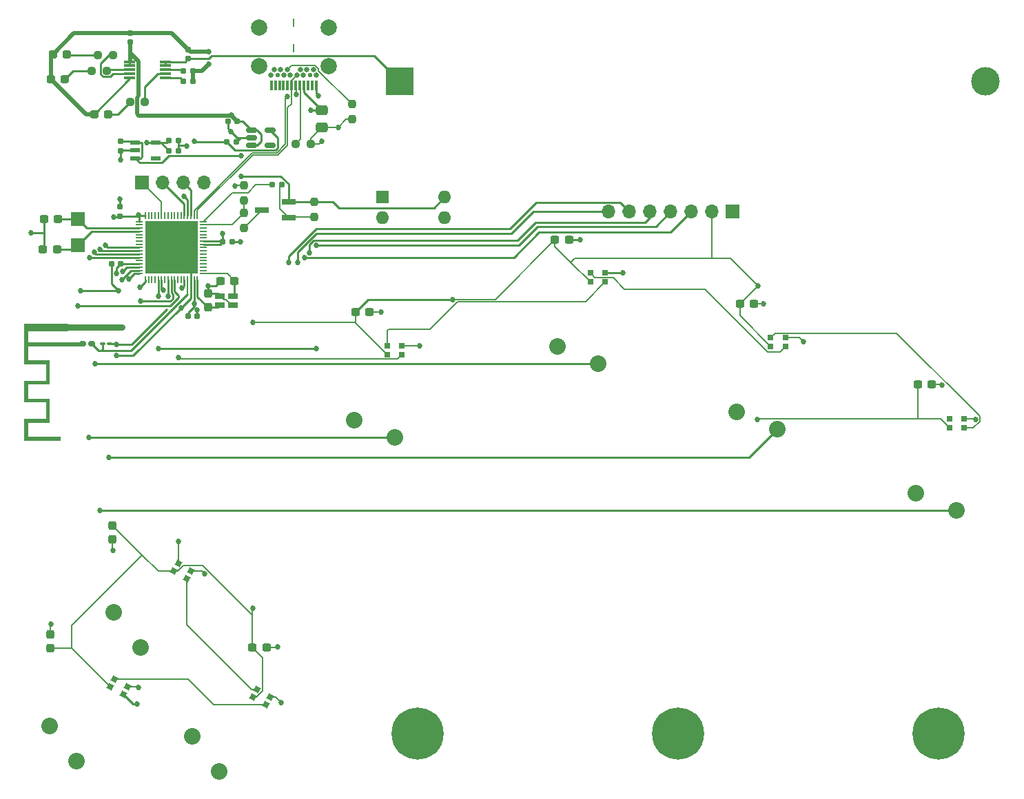
<source format=gbr>
%TF.GenerationSoftware,KiCad,Pcbnew,(5.99.0-9739-g6a369b230f)*%
%TF.CreationDate,2021-03-13T21:37:46+01:00*%
%TF.ProjectId,keychordz,6b657963-686f-4726-947a-2e6b69636164,rev?*%
%TF.SameCoordinates,Original*%
%TF.FileFunction,Copper,L1,Top*%
%TF.FilePolarity,Positive*%
%FSLAX46Y46*%
G04 Gerber Fmt 4.6, Leading zero omitted, Abs format (unit mm)*
G04 Created by KiCad (PCBNEW (5.99.0-9739-g6a369b230f)) date 2021-03-13 21:37:46*
%MOMM*%
%LPD*%
G01*
G04 APERTURE LIST*
G04 Aperture macros list*
%AMRoundRect*
0 Rectangle with rounded corners*
0 $1 Rounding radius*
0 $2 $3 $4 $5 $6 $7 $8 $9 X,Y pos of 4 corners*
0 Add a 4 corners polygon primitive as box body*
4,1,4,$2,$3,$4,$5,$6,$7,$8,$9,$2,$3,0*
0 Add four circle primitives for the rounded corners*
1,1,$1+$1,$2,$3*
1,1,$1+$1,$4,$5*
1,1,$1+$1,$6,$7*
1,1,$1+$1,$8,$9*
0 Add four rect primitives between the rounded corners*
20,1,$1+$1,$2,$3,$4,$5,0*
20,1,$1+$1,$4,$5,$6,$7,0*
20,1,$1+$1,$6,$7,$8,$9,0*
20,1,$1+$1,$8,$9,$2,$3,0*%
%AMRotRect*
0 Rectangle, with rotation*
0 The origin of the aperture is its center*
0 $1 length*
0 $2 width*
0 $3 Rotation angle, in degrees counterclockwise*
0 Add horizontal line*
21,1,$1,$2,0,0,$3*%
G04 Aperture macros list end*
%TA.AperFunction,ConnectorPad*%
%ADD10R,0.500000X0.500000*%
%TD*%
%TA.AperFunction,ComponentPad*%
%ADD11R,0.500000X0.900000*%
%TD*%
%TA.AperFunction,SMDPad,CuDef*%
%ADD12R,1.800000X1.750000*%
%TD*%
%TA.AperFunction,SMDPad,CuDef*%
%ADD13R,1.200000X0.800000*%
%TD*%
%TA.AperFunction,SMDPad,CuDef*%
%ADD14RoundRect,0.150000X-0.512500X-0.150000X0.512500X-0.150000X0.512500X0.150000X-0.512500X0.150000X0*%
%TD*%
%TA.AperFunction,SMDPad,CuDef*%
%ADD15RoundRect,0.237500X-0.237500X0.250000X-0.237500X-0.250000X0.237500X-0.250000X0.237500X0.250000X0*%
%TD*%
%TA.AperFunction,SMDPad,CuDef*%
%ADD16R,1.800000X0.800000*%
%TD*%
%TA.AperFunction,SMDPad,CuDef*%
%ADD17RoundRect,0.160000X-0.222500X-0.160000X0.222500X-0.160000X0.222500X0.160000X-0.222500X0.160000X0*%
%TD*%
%TA.AperFunction,SMDPad,CuDef*%
%ADD18R,6.500000X6.500000*%
%TD*%
%TA.AperFunction,SMDPad,CuDef*%
%ADD19R,0.200000X0.950000*%
%TD*%
%TA.AperFunction,SMDPad,CuDef*%
%ADD20R,0.950000X0.200000*%
%TD*%
%TA.AperFunction,SMDPad,CuDef*%
%ADD21R,1.200000X0.600000*%
%TD*%
%TA.AperFunction,SMDPad,CuDef*%
%ADD22RoundRect,0.237500X-0.300000X-0.237500X0.300000X-0.237500X0.300000X0.237500X-0.300000X0.237500X0*%
%TD*%
%TA.AperFunction,SMDPad,CuDef*%
%ADD23RoundRect,0.155000X0.212500X0.155000X-0.212500X0.155000X-0.212500X-0.155000X0.212500X-0.155000X0*%
%TD*%
%TA.AperFunction,SMDPad,CuDef*%
%ADD24RoundRect,0.155000X0.155000X-0.212500X0.155000X0.212500X-0.155000X0.212500X-0.155000X-0.212500X0*%
%TD*%
%TA.AperFunction,SMDPad,CuDef*%
%ADD25RoundRect,0.100000X-0.217500X-0.100000X0.217500X-0.100000X0.217500X0.100000X-0.217500X0.100000X0*%
%TD*%
%TA.AperFunction,SMDPad,CuDef*%
%ADD26RoundRect,0.237500X0.300000X0.237500X-0.300000X0.237500X-0.300000X-0.237500X0.300000X-0.237500X0*%
%TD*%
%TA.AperFunction,SMDPad,CuDef*%
%ADD27RoundRect,0.237500X0.237500X-0.300000X0.237500X0.300000X-0.237500X0.300000X-0.237500X-0.300000X0*%
%TD*%
%TA.AperFunction,SMDPad,CuDef*%
%ADD28RoundRect,0.155000X-0.212500X-0.155000X0.212500X-0.155000X0.212500X0.155000X-0.212500X0.155000X0*%
%TD*%
%TA.AperFunction,SMDPad,CuDef*%
%ADD29RoundRect,0.155000X-0.155000X0.212500X-0.155000X-0.212500X0.155000X-0.212500X0.155000X0.212500X0*%
%TD*%
%TA.AperFunction,SMDPad,CuDef*%
%ADD30RoundRect,0.237500X-0.250000X-0.237500X0.250000X-0.237500X0.250000X0.237500X-0.250000X0.237500X0*%
%TD*%
%TA.AperFunction,ComponentPad*%
%ADD31C,6.400000*%
%TD*%
%TA.AperFunction,ComponentPad*%
%ADD32C,0.800000*%
%TD*%
%TA.AperFunction,SMDPad,CuDef*%
%ADD33R,0.700000X0.700000*%
%TD*%
%TA.AperFunction,ComponentPad*%
%ADD34R,1.600000X1.600000*%
%TD*%
%TA.AperFunction,ComponentPad*%
%ADD35O,1.600000X1.600000*%
%TD*%
%TA.AperFunction,SMDPad,CuDef*%
%ADD36RoundRect,0.237500X0.287500X0.237500X-0.287500X0.237500X-0.287500X-0.237500X0.287500X-0.237500X0*%
%TD*%
%TA.AperFunction,ComponentPad*%
%ADD37C,2.032000*%
%TD*%
%TA.AperFunction,SMDPad,CuDef*%
%ADD38RotRect,0.700000X0.700000X330.000000*%
%TD*%
%TA.AperFunction,SMDPad,CuDef*%
%ADD39RoundRect,0.160000X0.197500X0.160000X-0.197500X0.160000X-0.197500X-0.160000X0.197500X-0.160000X0*%
%TD*%
%TA.AperFunction,SMDPad,CuDef*%
%ADD40RoundRect,0.250000X-0.475000X0.337500X-0.475000X-0.337500X0.475000X-0.337500X0.475000X0.337500X0*%
%TD*%
%TA.AperFunction,SMDPad,CuDef*%
%ADD41RoundRect,0.160000X-0.197500X-0.160000X0.197500X-0.160000X0.197500X0.160000X-0.197500X0.160000X0*%
%TD*%
%TA.AperFunction,ComponentPad*%
%ADD42R,1.700000X1.700000*%
%TD*%
%TA.AperFunction,ComponentPad*%
%ADD43O,1.700000X1.700000*%
%TD*%
%TA.AperFunction,SMDPad,CuDef*%
%ADD44R,1.400000X0.300000*%
%TD*%
%TA.AperFunction,ComponentPad*%
%ADD45R,3.500000X3.500000*%
%TD*%
%TA.AperFunction,ComponentPad*%
%ADD46C,3.500000*%
%TD*%
%TA.AperFunction,SMDPad,CuDef*%
%ADD47R,0.300000X1.200000*%
%TD*%
%TA.AperFunction,ComponentPad*%
%ADD48C,0.650000*%
%TD*%
%TA.AperFunction,ComponentPad*%
%ADD49C,0.550000*%
%TD*%
%TA.AperFunction,ComponentPad*%
%ADD50C,2.010000*%
%TD*%
%TA.AperFunction,SMDPad,CuDef*%
%ADD51R,0.200000X1.000000*%
%TD*%
%TA.AperFunction,SMDPad,CuDef*%
%ADD52RoundRect,0.237500X-0.237500X0.300000X-0.237500X-0.300000X0.237500X-0.300000X0.237500X0.300000X0*%
%TD*%
%TA.AperFunction,ViaPad*%
%ADD53C,0.685800*%
%TD*%
%TA.AperFunction,Conductor*%
%ADD54C,0.127000*%
%TD*%
%TA.AperFunction,Conductor*%
%ADD55C,0.762000*%
%TD*%
%TA.AperFunction,Conductor*%
%ADD56C,0.254000*%
%TD*%
%TA.AperFunction,Conductor*%
%ADD57C,0.508000*%
%TD*%
%TA.AperFunction,Conductor*%
%ADD58C,0.152400*%
%TD*%
G04 APERTURE END LIST*
%TO.C,AE1*%
G36*
X19050000Y-53550000D02*
G01*
X14150000Y-53550000D01*
X14150000Y-54950000D01*
X19050000Y-54950000D01*
X19050000Y-55450000D01*
X14150000Y-55450000D01*
X14150000Y-57150000D01*
X16790000Y-57150000D01*
X16790000Y-60150000D01*
X14150000Y-60150000D01*
X14150000Y-61850000D01*
X16790000Y-61850000D01*
X16790000Y-64850000D01*
X14150000Y-64850000D01*
X14150000Y-66550000D01*
X18090000Y-66550000D01*
X18090000Y-67050000D01*
X13650000Y-67050000D01*
X13650000Y-64350000D01*
X16290000Y-64350000D01*
X16290000Y-62350000D01*
X13650000Y-62350000D01*
X13650000Y-59650000D01*
X16290000Y-59650000D01*
X16290000Y-57650000D01*
X13650000Y-57650000D01*
X13650000Y-53092733D01*
X18652018Y-53092733D01*
X18658592Y-53142318D01*
X18678687Y-53187628D01*
X18711357Y-53222888D01*
X18743583Y-53239782D01*
X18791842Y-53248222D01*
X18841368Y-53241691D01*
X18886553Y-53221132D01*
X18921787Y-53187489D01*
X18932400Y-53168878D01*
X18945300Y-53123363D01*
X18946043Y-53074844D01*
X18933935Y-53032181D01*
X18929581Y-53024269D01*
X18896797Y-52986326D01*
X18854395Y-52962258D01*
X18806785Y-52952417D01*
X18758378Y-52957153D01*
X18713584Y-52976815D01*
X18676814Y-53011755D01*
X18659908Y-53044647D01*
X18652018Y-53092733D01*
X13650000Y-53092733D01*
X13650000Y-52650000D01*
X19050000Y-52650000D01*
X19050000Y-53550000D01*
G37*
%TD*%
D10*
%TO.P,AE1,1,A*%
%TO.N,Net-(AE1-Pad1)*%
X18800000Y-55200000D03*
D11*
%TO.P,AE1,2*%
%TO.N,N/C*%
X18800000Y-53100000D03*
%TD*%
D12*
%TO.P,Y2,2,2*%
%TO.N,Net-(C15-Pad2)*%
X20200000Y-39775000D03*
%TO.P,Y2,1,1*%
%TO.N,Net-(C18-Pad2)*%
X20200000Y-43025000D03*
%TD*%
D13*
%TO.P,Y1,4,4*%
%TO.N,GND*%
X39300000Y-50350000D03*
%TO.P,Y1,3,3*%
%TO.N,Net-(C10-Pad1)*%
X37700000Y-50350000D03*
%TO.P,Y1,2,2*%
%TO.N,GND*%
X37700000Y-49250000D03*
%TO.P,Y1,1,1*%
%TO.N,Net-(C11-Pad1)*%
X39300000Y-49250000D03*
%TD*%
D14*
%TO.P,U1,5,VOUT*%
%TO.N,3.3V_USB*%
X43837500Y-28850000D03*
%TO.P,U1,4,NC*%
%TO.N,unconnected-(U1-Pad4)*%
X43837500Y-30750000D03*
%TO.P,U1,3,EN*%
%TO.N,+5V*%
X41562500Y-30750000D03*
%TO.P,U1,2,GND*%
%TO.N,GND*%
X41562500Y-29800000D03*
%TO.P,U1,1,VIN*%
%TO.N,+5V*%
X41562500Y-28850000D03*
%TD*%
D15*
%TO.P,R10,2*%
%TO.N,Net-(C14-Pad1)*%
X49300000Y-39512500D03*
%TO.P,R10,1*%
%TO.N,V_BAT*%
X49300000Y-37687500D03*
%TD*%
%TO.P,R9,2*%
%TO.N,V_BAT{slash}2*%
X40600000Y-37500000D03*
%TO.P,R9,1*%
%TO.N,GND*%
X40600000Y-35675000D03*
%TD*%
%TO.P,R8,2*%
%TO.N,Net-(Q1-Pad3)*%
X40600000Y-40887500D03*
%TO.P,R8,1*%
%TO.N,V_BAT{slash}2*%
X40600000Y-39062500D03*
%TD*%
D16*
%TO.P,Q1,3,D*%
%TO.N,Net-(Q1-Pad3)*%
X42800000Y-38650000D03*
%TO.P,Q1,2,S*%
%TO.N,V_BAT*%
X46100000Y-37700000D03*
%TO.P,Q1,1,G*%
%TO.N,Net-(C14-Pad1)*%
X46100000Y-39600000D03*
%TD*%
D17*
%TO.P,L1,2*%
%TO.N,Net-(C12-Pad1)*%
X21920000Y-55150000D03*
%TO.P,L1,1*%
%TO.N,Net-(AE1-Pad1)*%
X20775000Y-55150000D03*
%TD*%
D18*
%TO.P,IC3,69,EP*%
%TO.N,GND*%
X31700000Y-43300000D03*
D19*
%TO.P,IC3,68,VDD_3*%
%TO.N,2.4V*%
X28500000Y-39350000D03*
%TO.P,IC3,67,PB7*%
%TO.N,unconnected-(IC3-Pad67)*%
X28900000Y-39350000D03*
%TO.P,IC3,66,PB6*%
%TO.N,unconnected-(IC3-Pad66)*%
X29300000Y-39350000D03*
%TO.P,IC3,65,PB5*%
%TO.N,unconnected-(IC3-Pad65)*%
X29700000Y-39350000D03*
%TO.P,IC3,64,PB4_(NJTRST)*%
%TO.N,unconnected-(IC3-Pad64)*%
X30100000Y-39350000D03*
%TO.P,IC3,63,PB3_(JTDO)*%
%TO.N,SWO*%
X30500000Y-39350000D03*
%TO.P,IC3,62,PD1*%
%TO.N,unconnected-(IC3-Pad62)*%
X30900000Y-39350000D03*
%TO.P,IC3,61,PD0*%
%TO.N,unconnected-(IC3-Pad61)*%
X31300000Y-39350000D03*
%TO.P,IC3,60,PC12*%
%TO.N,unconnected-(IC3-Pad60)*%
X31700000Y-39350000D03*
%TO.P,IC3,59,PC11*%
%TO.N,unconnected-(IC3-Pad59)*%
X32100000Y-39350000D03*
%TO.P,IC3,58,PC10*%
%TO.N,unconnected-(IC3-Pad58)*%
X32500000Y-39350000D03*
%TO.P,IC3,57,PA15_(JTDI)*%
%TO.N,unconnected-(IC3-Pad57)*%
X32900000Y-39350000D03*
%TO.P,IC3,56,PA14_(JTCK_SWCLK_)*%
%TO.N,SWCLK*%
X33300000Y-39350000D03*
%TO.P,IC3,55,VDDUSB*%
%TO.N,3.3V_USB*%
X33700000Y-39350000D03*
%TO.P,IC3,54,PA13_(JTMS_SWDIO)*%
%TO.N,SWDIO*%
X34100000Y-39350000D03*
%TO.P,IC3,53,PA12*%
%TO.N,USB_D+*%
X34500000Y-39350000D03*
%TO.P,IC3,52,PA11*%
%TO.N,USB_D-*%
X34900000Y-39350000D03*
D20*
%TO.P,IC3,51,PA10*%
%TO.N,V_BAT_Toggle*%
X35650000Y-40100000D03*
%TO.P,IC3,50,PC6*%
%TO.N,V_BAT{slash}2*%
X35650000Y-40500000D03*
%TO.P,IC3,49,PB15*%
%TO.N,unconnected-(IC3-Pad49)*%
X35650000Y-40900000D03*
%TO.P,IC3,48,PB14*%
%TO.N,unconnected-(IC3-Pad48)*%
X35650000Y-41300000D03*
%TO.P,IC3,47,PB13*%
%TO.N,unconnected-(IC3-Pad47)*%
X35650000Y-41700000D03*
%TO.P,IC3,46,PB12*%
%TO.N,unconnected-(IC3-Pad46)*%
X35650000Y-42100000D03*
%TO.P,IC3,45,VDD_2*%
%TO.N,2.4V*%
X35650000Y-42500000D03*
%TO.P,IC3,44,VDDSMPS*%
X35650000Y-42900000D03*
%TO.P,IC3,43,VLXSMPS*%
%TO.N,unconnected-(IC3-Pad43)*%
X35650000Y-43300000D03*
%TO.P,IC3,42,VSSSMPS*%
%TO.N,unconnected-(IC3-Pad42)*%
X35650000Y-43700000D03*
%TO.P,IC3,41,VFBSMPS*%
%TO.N,unconnected-(IC3-Pad41)*%
X35650000Y-44100000D03*
%TO.P,IC3,40,PE4*%
%TO.N,unconnected-(IC3-Pad40)*%
X35650000Y-44500000D03*
%TO.P,IC3,39,PB1*%
%TO.N,unconnected-(IC3-Pad39)*%
X35650000Y-44900000D03*
%TO.P,IC3,38,PB0*%
%TO.N,unconnected-(IC3-Pad38)*%
X35650000Y-45300000D03*
%TO.P,IC3,37,AT1*%
%TO.N,unconnected-(IC3-Pad37)*%
X35650000Y-45700000D03*
%TO.P,IC3,36,AT0*%
%TO.N,unconnected-(IC3-Pad36)*%
X35650000Y-46100000D03*
%TO.P,IC3,35,OSC_IN*%
%TO.N,Net-(C11-Pad1)*%
X35650000Y-46500000D03*
D19*
%TO.P,IC3,34,OSC_OUT*%
%TO.N,Net-(C10-Pad1)*%
X34900000Y-47250000D03*
%TO.P,IC3,33,VDDRF*%
%TO.N,2.4V*%
X34500000Y-47250000D03*
%TO.P,IC3,32,VSSRF*%
%TO.N,GND*%
X34100000Y-47250000D03*
%TO.P,IC3,31,RF1*%
%TO.N,Net-(C12-Pad1)*%
X33700000Y-47250000D03*
%TO.P,IC3,30,VDD_1*%
%TO.N,2.4V*%
X33300000Y-47250000D03*
%TO.P,IC3,29,PB11*%
%TO.N,unconnected-(IC3-Pad29)*%
X32900000Y-47250000D03*
%TO.P,IC3,28,PB10*%
%TO.N,unconnected-(IC3-Pad28)*%
X32500000Y-47250000D03*
%TO.P,IC3,27,PB2*%
%TO.N,BTN1*%
X32100000Y-47250000D03*
%TO.P,IC3,26,PC5*%
%TO.N,BTN3*%
X31700000Y-47250000D03*
%TO.P,IC3,25,PC4*%
%TO.N,BTN2*%
X31300000Y-47250000D03*
%TO.P,IC3,24,PA9*%
%TO.N,unconnected-(IC3-Pad24)*%
X30900000Y-47250000D03*
%TO.P,IC3,23,PA8*%
%TO.N,LED_IN*%
X30500000Y-47250000D03*
%TO.P,IC3,22,PA7*%
%TO.N,MOSI*%
X30100000Y-47250000D03*
%TO.P,IC3,21,PA6*%
%TO.N,MISO*%
X29700000Y-47250000D03*
%TO.P,IC3,20,PA5*%
%TO.N,unconnected-(IC3-Pad20)*%
X29300000Y-47250000D03*
%TO.P,IC3,19,PA4*%
%TO.N,unconnected-(IC3-Pad19)*%
X28900000Y-47250000D03*
%TO.P,IC3,18,PA3*%
%TO.N,OLED_CS*%
X28500000Y-47250000D03*
D20*
%TO.P,IC3,17,PA2*%
%TO.N,OLED_DC*%
X27750000Y-46500000D03*
%TO.P,IC3,16,PA1*%
%TO.N,SCK*%
X27750000Y-46100000D03*
%TO.P,IC3,15,PA0*%
%TO.N,OLED_RES*%
X27750000Y-45700000D03*
%TO.P,IC3,14,VDDA*%
%TO.N,2.4V*%
X27750000Y-45300000D03*
%TO.P,IC3,13,VREF+*%
%TO.N,unconnected-(IC3-Pad13)*%
X27750000Y-44900000D03*
%TO.P,IC3,12,PC3*%
%TO.N,BTN4*%
X27750000Y-44500000D03*
%TO.P,IC3,11,PC2*%
%TO.N,BTN5*%
X27750000Y-44100000D03*
%TO.P,IC3,10,PC1*%
%TO.N,BTN6*%
X27750000Y-43700000D03*
%TO.P,IC3,9,PC0*%
%TO.N,BTN7*%
X27750000Y-43300000D03*
%TO.P,IC3,8,NRST*%
%TO.N,unconnected-(IC3-Pad8)*%
X27750000Y-42900000D03*
%TO.P,IC3,7,PB9*%
%TO.N,unconnected-(IC3-Pad7)*%
X27750000Y-42500000D03*
%TO.P,IC3,6,PB8*%
%TO.N,unconnected-(IC3-Pad6)*%
X27750000Y-42100000D03*
%TO.P,IC3,5,PH3-BOOT0*%
%TO.N,unconnected-(IC3-Pad5)*%
X27750000Y-41700000D03*
%TO.P,IC3,4,PC15-_OSC32_OUT*%
%TO.N,Net-(C18-Pad2)*%
X27750000Y-41300000D03*
%TO.P,IC3,3,PC14-_OSC32_IN*%
%TO.N,Net-(C15-Pad2)*%
X27750000Y-40900000D03*
%TO.P,IC3,2,PC13*%
%TO.N,unconnected-(IC3-Pad2)*%
X27750000Y-40500000D03*
%TO.P,IC3,1,VBAT*%
%TO.N,2.4V*%
X27750000Y-40100000D03*
%TD*%
D21*
%TO.P,IC2,5,OUT*%
%TO.N,2.4V*%
X29750000Y-30410000D03*
%TO.P,IC2,4,N/C*%
%TO.N,unconnected-(IC2-Pad4)*%
X29750000Y-32310000D03*
%TO.P,IC2,3,EN*%
%TO.N,V_BAT*%
X27250000Y-32310000D03*
%TO.P,IC2,2,GND*%
%TO.N,GND*%
X27250000Y-31360000D03*
%TO.P,IC2,1,IN*%
%TO.N,V_BAT*%
X27250000Y-30410000D03*
%TD*%
D22*
%TO.P,C18,2*%
%TO.N,Net-(C18-Pad2)*%
X17662500Y-43500000D03*
%TO.P,C18,1*%
%TO.N,GND*%
X15937500Y-43500000D03*
%TD*%
%TO.P,C15,2*%
%TO.N,Net-(C15-Pad2)*%
X17762500Y-39800000D03*
%TO.P,C15,1*%
%TO.N,GND*%
X16037500Y-39800000D03*
%TD*%
D23*
%TO.P,C14,2*%
%TO.N,V_BAT_Toggle*%
X44132500Y-35600000D03*
%TO.P,C14,1*%
%TO.N,Net-(C14-Pad1)*%
X45267500Y-35600000D03*
%TD*%
D24*
%TO.P,C13,2*%
%TO.N,GND*%
X25400000Y-38300000D03*
%TO.P,C13,1*%
%TO.N,2.4V*%
X25400000Y-39435000D03*
%TD*%
D25*
%TO.P,C12,2*%
%TO.N,GND*%
X24082500Y-55150000D03*
%TO.P,C12,1*%
%TO.N,Net-(C12-Pad1)*%
X23267500Y-55150000D03*
%TD*%
D26*
%TO.P,C11,2*%
%TO.N,GND*%
X37737500Y-47400000D03*
%TO.P,C11,1*%
%TO.N,Net-(C11-Pad1)*%
X39462500Y-47400000D03*
%TD*%
D27*
%TO.P,C10,2*%
%TO.N,GND*%
X36200000Y-48937500D03*
%TO.P,C10,1*%
%TO.N,Net-(C10-Pad1)*%
X36200000Y-50662500D03*
%TD*%
D28*
%TO.P,C9,2*%
%TO.N,GND*%
X34867500Y-51700000D03*
%TO.P,C9,1*%
%TO.N,2.4V*%
X33732500Y-51700000D03*
%TD*%
D23*
%TO.P,C8,2*%
%TO.N,GND*%
X24332500Y-45300000D03*
%TO.P,C8,1*%
%TO.N,2.4V*%
X25467500Y-45300000D03*
%TD*%
D28*
%TO.P,C7,2*%
%TO.N,GND*%
X39167500Y-42600000D03*
%TO.P,C7,1*%
%TO.N,2.4V*%
X38032500Y-42600000D03*
%TD*%
%TO.P,C6,2*%
%TO.N,GND*%
X32567500Y-31400000D03*
%TO.P,C6,1*%
%TO.N,2.4V*%
X31432500Y-31400000D03*
%TD*%
%TO.P,C5,2*%
%TO.N,GND*%
X39667500Y-30300000D03*
%TO.P,C5,1*%
%TO.N,3.3V_USB*%
X38532500Y-30300000D03*
%TD*%
D23*
%TO.P,C3,2*%
%TO.N,GND*%
X38682500Y-27750000D03*
%TO.P,C3,1*%
%TO.N,+5V*%
X39817500Y-27750000D03*
%TD*%
D28*
%TO.P,C2,2*%
%TO.N,GND*%
X32567500Y-30160000D03*
%TO.P,C2,1*%
%TO.N,2.4V*%
X31432500Y-30160000D03*
%TD*%
D29*
%TO.P,C1,2*%
%TO.N,GND*%
X25500000Y-31367500D03*
%TO.P,C1,1*%
%TO.N,V_BAT*%
X25500000Y-30232500D03*
%TD*%
D30*
%TO.P,R3,1*%
%TO.N,Net-(J1-PadA5)*%
X47001500Y-30530000D03*
%TO.P,R3,2*%
%TO.N,GND*%
X48826500Y-30530000D03*
%TD*%
D31*
%TO.P,MNT1,1*%
%TO.N,N/C*%
X62000000Y-103000000D03*
D32*
X59600000Y-103000000D03*
X60302944Y-104697056D03*
X62000000Y-105400000D03*
X64400000Y-103000000D03*
X60302944Y-101302944D03*
X63697056Y-104697056D03*
X63697056Y-101302944D03*
X62000000Y-100600000D03*
%TD*%
D33*
%TO.P,D8,1,VDD*%
%TO.N,V_BAT*%
X83185000Y-47525000D03*
%TO.P,D8,2,DOUT*%
%TO.N,Net-(D7-Pad4)*%
X85015000Y-47525000D03*
%TO.P,D8,3,VSS*%
%TO.N,GND*%
X85015000Y-46425000D03*
%TO.P,D8,4,DIN*%
%TO.N,Net-(D8-Pad4)*%
X83185000Y-46425000D03*
%TD*%
D34*
%TO.P,SW9,1,A*%
%TO.N,V_BAT*%
X57658000Y-37084000D03*
D35*
%TO.P,SW9,2,B*%
%TO.N,V_BAT_SW*%
X57658000Y-39624000D03*
%TO.P,SW9,3*%
%TO.N,N/C*%
X65278000Y-39624000D03*
%TO.P,SW9,4*%
X65278000Y-37084000D03*
%TD*%
D36*
%TO.P,D1,1,K*%
%TO.N,Net-(D1-Pad1)*%
X18647000Y-22566000D03*
%TO.P,D1,2,A*%
%TO.N,GND*%
X16897000Y-22566000D03*
%TD*%
%TO.P,D3,1,K*%
%TO.N,Net-(D3-Pad1)*%
X23981000Y-26884000D03*
%TO.P,D3,2,A*%
%TO.N,GND*%
X22231000Y-26884000D03*
%TD*%
D37*
%TO.P,SW1,1,1*%
%TO.N,BTN1*%
X20018000Y-106455550D03*
%TO.P,SW1,2,2*%
%TO.N,GND*%
X16737873Y-102136897D03*
%TD*%
D38*
%TO.P,D4,1,VDD*%
%TO.N,V_BAT*%
X24186587Y-97300814D03*
%TO.P,D4,2,DOUT*%
%TO.N,LED_IN*%
X25771413Y-98215814D03*
%TO.P,D4,3,VSS*%
%TO.N,GND*%
X26321413Y-97263186D03*
%TO.P,D4,4,DIN*%
%TO.N,Net-(D4-Pad4)*%
X24736587Y-96348186D03*
%TD*%
D37*
%TO.P,SW5,1,1*%
%TO.N,BTN5*%
X84182000Y-57589000D03*
%TO.P,SW5,2,2*%
%TO.N,GND*%
X79182000Y-55489000D03*
%TD*%
D15*
%TO.P,R4,1*%
%TO.N,Net-(J1-PadB5)*%
X53900000Y-25687500D03*
%TO.P,R4,2*%
%TO.N,GND*%
X53900000Y-27512500D03*
%TD*%
D38*
%TO.P,D5,1,VDD*%
%TO.N,V_BAT*%
X41712587Y-98570814D03*
%TO.P,D5,2,DOUT*%
%TO.N,Net-(D4-Pad4)*%
X43297413Y-99485814D03*
%TO.P,D5,3,VSS*%
%TO.N,GND*%
X43847413Y-98533186D03*
%TO.P,D5,4,DIN*%
%TO.N,Net-(D5-Pad4)*%
X42262587Y-97618186D03*
%TD*%
D30*
%TO.P,R7,1*%
%TO.N,Net-(D3-Pad1)*%
X26615000Y-25360000D03*
%TO.P,R7,2*%
%TO.N,Net-(IC1-Pad7)*%
X28440000Y-25360000D03*
%TD*%
D39*
%TO.P,R6,1*%
%TO.N,GND*%
X34371500Y-22820000D03*
%TO.P,R6,2*%
%TO.N,Net-(IC1-Pad6)*%
X33176500Y-22820000D03*
%TD*%
D37*
%TO.P,SW6,1,1*%
%TO.N,BTN6*%
X128182000Y-75589000D03*
%TO.P,SW6,2,2*%
%TO.N,GND*%
X123182000Y-73489000D03*
%TD*%
D22*
%TO.P,C29,1*%
%TO.N,V_BAT*%
X101551500Y-50235000D03*
%TO.P,C29,2*%
%TO.N,GND*%
X103276500Y-50235000D03*
%TD*%
%TO.P,C30,1*%
%TO.N,V_BAT*%
X123395500Y-60141000D03*
%TO.P,C30,2*%
%TO.N,GND*%
X125120500Y-60141000D03*
%TD*%
D40*
%TO.P,C22,1*%
%TO.N,+5V*%
X50200000Y-26444500D03*
%TO.P,C22,2*%
%TO.N,GND*%
X50200000Y-28519500D03*
%TD*%
D41*
%TO.P,R5,1*%
%TO.N,Net-(IC1-Pad8)*%
X33176500Y-21550000D03*
%TO.P,R5,2*%
%TO.N,GND*%
X34371500Y-21550000D03*
%TD*%
D30*
%TO.P,R1,1*%
%TO.N,Net-(D1-Pad1)*%
X21939500Y-21550000D03*
%TO.P,R1,2*%
%TO.N,Net-(IC1-Pad3)*%
X23764500Y-21550000D03*
%TD*%
D22*
%TO.P,C28,1*%
%TO.N,V_BAT*%
X78845000Y-42361000D03*
%TO.P,C28,2*%
%TO.N,GND*%
X80570000Y-42361000D03*
%TD*%
D37*
%TO.P,SW2,1,1*%
%TO.N,BTN2*%
X37544000Y-107725550D03*
%TO.P,SW2,2,2*%
%TO.N,GND*%
X34263873Y-103406897D03*
%TD*%
D42*
%TO.P,J2,1,Pin_1*%
%TO.N,SWO*%
X28100000Y-35300000D03*
D43*
%TO.P,J2,2,Pin_2*%
%TO.N,SWCLK*%
X30640000Y-35300000D03*
%TO.P,J2,3,Pin_3*%
%TO.N,SWDIO*%
X33180000Y-35300000D03*
%TO.P,J2,4,Pin_4*%
%TO.N,GND*%
X35720000Y-35300000D03*
%TD*%
D32*
%TO.P,MNT3,1*%
%TO.N,N/C*%
X127697056Y-104697056D03*
X123600000Y-103000000D03*
X124302944Y-104697056D03*
X124302944Y-101302944D03*
X126000000Y-105400000D03*
X126000000Y-100600000D03*
X128400000Y-103000000D03*
D31*
X126000000Y-103000000D03*
D32*
X127697056Y-101302944D03*
%TD*%
D44*
%TO.P,IC1,1,VDD_1*%
%TO.N,+5V*%
X26594000Y-20450000D03*
%TO.P,IC1,2,VDD_2*%
X26594000Y-20950000D03*
%TO.P,IC1,3,STAT1*%
%TO.N,Net-(IC1-Pad3)*%
X26594000Y-21450000D03*
%TO.P,IC1,4,STAT2*%
%TO.N,Net-(IC1-Pad4)*%
X26594000Y-21950000D03*
%TO.P,IC1,5,VSS*%
%TO.N,GND*%
X26594000Y-22450000D03*
%TO.P,IC1,6,PROG*%
%TO.N,Net-(IC1-Pad6)*%
X30994000Y-22450000D03*
%TO.P,IC1,7,~PG~/~TE*%
%TO.N,Net-(IC1-Pad7)*%
X30994000Y-21950000D03*
%TO.P,IC1,8,THERM*%
%TO.N,Net-(IC1-Pad8)*%
X30994000Y-21450000D03*
%TO.P,IC1,9,VBAT_1*%
%TO.N,V_BAT_SW*%
X30994000Y-20950000D03*
%TO.P,IC1,10,VBAT_2*%
X30994000Y-20450000D03*
%TD*%
D22*
%TO.P,C27,1*%
%TO.N,V_BAT*%
X54307500Y-51251000D03*
%TO.P,C27,2*%
%TO.N,GND*%
X56032500Y-51251000D03*
%TD*%
D37*
%TO.P,SW7,1,1*%
%TO.N,BTN7*%
X106182000Y-65589000D03*
%TO.P,SW7,2,2*%
%TO.N,GND*%
X101182000Y-63489000D03*
%TD*%
D38*
%TO.P,D6,1,VDD*%
%TO.N,V_BAT*%
X32009174Y-83095628D03*
%TO.P,D6,2,DOUT*%
%TO.N,Net-(D5-Pad4)*%
X33594000Y-84010628D03*
%TO.P,D6,3,VSS*%
%TO.N,GND*%
X34144000Y-83058000D03*
%TO.P,D6,4,DIN*%
%TO.N,Net-(D6-Pad4)*%
X32559174Y-82143000D03*
%TD*%
D36*
%TO.P,D2,1,K*%
%TO.N,Net-(D2-Pad1)*%
X18901000Y-19518000D03*
%TO.P,D2,2,A*%
%TO.N,GND*%
X17151000Y-19518000D03*
%TD*%
D27*
%TO.P,C4,1*%
%TO.N,V_BAT*%
X16872000Y-92556500D03*
%TO.P,C4,2*%
%TO.N,GND*%
X16872000Y-90831500D03*
%TD*%
D37*
%TO.P,SW3,1,1*%
%TO.N,BTN3*%
X27892000Y-92485550D03*
%TO.P,SW3,2,2*%
%TO.N,GND*%
X24611873Y-88166897D03*
%TD*%
D24*
%TO.P,C23,1*%
%TO.N,V_BAT_SW*%
X33774000Y-20085500D03*
%TO.P,C23,2*%
%TO.N,GND*%
X33774000Y-18950500D03*
%TD*%
D32*
%TO.P,MNT2,1*%
%TO.N,N/C*%
X96400000Y-103000000D03*
X94000000Y-105400000D03*
X92302944Y-104697056D03*
X92302944Y-101302944D03*
X94000000Y-100600000D03*
X91600000Y-103000000D03*
D31*
X94000000Y-103000000D03*
D32*
X95697056Y-101302944D03*
X95697056Y-104697056D03*
%TD*%
D45*
%TO.P,BT1,1,+*%
%TO.N,V_BAT_SW*%
X59758000Y-22860000D03*
D46*
%TO.P,BT1,2,-*%
%TO.N,GND*%
X131758000Y-22860000D03*
%TD*%
D30*
%TO.P,R2,1*%
%TO.N,Net-(D2-Pad1)*%
X22701500Y-19678000D03*
%TO.P,R2,2*%
%TO.N,Net-(IC1-Pad4)*%
X24526500Y-19678000D03*
%TD*%
D47*
%TO.P,J1,A1,GND*%
%TO.N,GND*%
X49486000Y-23380000D03*
%TO.P,J1,A2*%
%TO.N,N/C*%
X48986000Y-23380000D03*
%TO.P,J1,A3*%
X48486000Y-23380000D03*
%TO.P,J1,A4,VBUS*%
%TO.N,+5V*%
X47986000Y-23380000D03*
%TO.P,J1,A5,CC1*%
%TO.N,Net-(J1-PadA5)*%
X47486000Y-23380000D03*
%TO.P,J1,A6,D+*%
%TO.N,USB_D+*%
X46986000Y-23380000D03*
%TO.P,J1,A7,D-*%
%TO.N,USB_D-*%
X46486000Y-23380000D03*
%TO.P,J1,A8,SBU1*%
%TO.N,unconnected-(J1-PadA8)*%
X45986000Y-23380000D03*
%TO.P,J1,A9*%
%TO.N,N/C*%
X45486000Y-23380000D03*
%TO.P,J1,A10*%
X44986000Y-23380000D03*
%TO.P,J1,A11*%
X44486000Y-23380000D03*
%TO.P,J1,A12*%
X43986000Y-23380000D03*
D48*
%TO.P,J1,B1*%
X43936000Y-22130000D03*
%TO.P,J1,B2*%
X44336000Y-21420000D03*
%TO.P,J1,B3*%
X45136000Y-21420000D03*
%TO.P,J1,B4*%
X45536000Y-22130000D03*
%TO.P,J1,B5,CC2*%
%TO.N,Net-(J1-PadB5)*%
X45936000Y-21420000D03*
%TO.P,J1,B6,D+*%
%TO.N,USB_D+*%
X46336000Y-22130000D03*
%TO.P,J1,B7,D-*%
%TO.N,USB_D-*%
X47136000Y-22130000D03*
%TO.P,J1,B8,SBU2*%
%TO.N,unconnected-(J1-PadB8)*%
X47536000Y-21420000D03*
%TO.P,J1,B9*%
%TO.N,N/C*%
X47936000Y-22130000D03*
%TO.P,J1,B10*%
X48336000Y-21420000D03*
%TO.P,J1,B11*%
X49136000Y-21420000D03*
%TO.P,J1,B12*%
X49536000Y-22130000D03*
D49*
%TO.P,J1,GN1*%
X44736000Y-22130000D03*
%TO.P,J1,GR1*%
X48736000Y-22130000D03*
D50*
%TO.P,J1,MH1*%
X51006000Y-20980000D03*
%TO.P,J1,MH2*%
X42466000Y-20980000D03*
%TO.P,J1,MH3*%
X51006000Y-16250000D03*
%TO.P,J1,MH4*%
X42466000Y-16250000D03*
D51*
%TO.P,J1,MP1*%
X46736000Y-18800000D03*
%TO.P,J1,MP2*%
X46736000Y-15700000D03*
%TD*%
D37*
%TO.P,SW4,1,1*%
%TO.N,BTN4*%
X59182000Y-66589000D03*
%TO.P,SW4,2,2*%
%TO.N,GND*%
X54182000Y-64489000D03*
%TD*%
D33*
%TO.P,D10,1,VDD*%
%TO.N,V_BAT*%
X127307000Y-65480500D03*
%TO.P,D10,2,DOUT*%
%TO.N,Net-(D10-Pad2)*%
X129137000Y-65480500D03*
%TO.P,D10,3,VSS*%
%TO.N,GND*%
X129137000Y-64380500D03*
%TO.P,D10,4,DIN*%
%TO.N,unconnected-(D10-Pad4)*%
X127307000Y-64380500D03*
%TD*%
D24*
%TO.P,C24,1*%
%TO.N,+5V*%
X26662000Y-18053500D03*
%TO.P,C24,2*%
%TO.N,GND*%
X26662000Y-16918500D03*
%TD*%
D52*
%TO.P,C26,1*%
%TO.N,V_BAT*%
X24492000Y-77470000D03*
%TO.P,C26,2*%
%TO.N,GND*%
X24492000Y-79195000D03*
%TD*%
D22*
%TO.P,C25,1*%
%TO.N,V_BAT*%
X41663500Y-92456000D03*
%TO.P,C25,2*%
%TO.N,GND*%
X43388500Y-92456000D03*
%TD*%
D42*
%TO.P,J3,1,Pin_1*%
%TO.N,GND*%
X100640000Y-38900000D03*
D43*
%TO.P,J3,2,Pin_2*%
%TO.N,V_BAT*%
X98100000Y-38900000D03*
%TO.P,J3,3,Pin_3*%
%TO.N,SCK*%
X95560000Y-38900000D03*
%TO.P,J3,4,Pin_4*%
%TO.N,MOSI*%
X93020000Y-38900000D03*
%TO.P,J3,5,Pin_5*%
%TO.N,OLED_RES*%
X90480000Y-38900000D03*
%TO.P,J3,6,Pin_6*%
%TO.N,OLED_DC*%
X87940000Y-38900000D03*
%TO.P,J3,7,Pin_7*%
%TO.N,OLED_CS*%
X85400000Y-38900000D03*
%TD*%
D33*
%TO.P,D7,1,VDD*%
%TO.N,V_BAT*%
X58219000Y-56463500D03*
%TO.P,D7,2,DOUT*%
%TO.N,Net-(D6-Pad4)*%
X60049000Y-56463500D03*
%TO.P,D7,3,VSS*%
%TO.N,GND*%
X60049000Y-55363500D03*
%TO.P,D7,4,DIN*%
%TO.N,Net-(D7-Pad4)*%
X58219000Y-55363500D03*
%TD*%
%TO.P,D9,1,VDD*%
%TO.N,V_BAT*%
X105336000Y-55447500D03*
%TO.P,D9,2,DOUT*%
%TO.N,Net-(D8-Pad4)*%
X107166000Y-55447500D03*
%TO.P,D9,3,VSS*%
%TO.N,GND*%
X107166000Y-54347500D03*
%TO.P,D9,4,DIN*%
%TO.N,Net-(D10-Pad2)*%
X105336000Y-54347500D03*
%TD*%
D53*
%TO.N,GND*%
X25600000Y-53100000D03*
%TO.N,V_BAT*%
X41700000Y-52500000D03*
X41700000Y-87600000D03*
%TO.N,Net-(D6-Pad4)*%
X32600000Y-56800000D03*
X32600000Y-79400000D03*
%TO.N,GND*%
X44800000Y-92400000D03*
X45200000Y-99200000D03*
X35800000Y-83400000D03*
X27700000Y-97400000D03*
X16900000Y-89600000D03*
X24500000Y-80500000D03*
X126400000Y-60200000D03*
X130500000Y-64400000D03*
X104500000Y-50200000D03*
X109400000Y-54900000D03*
%TO.N,V_BAT*%
X103700000Y-64400000D03*
X103800000Y-48000000D03*
%TO.N,GND*%
X36200000Y-48000000D03*
X25000000Y-56596900D03*
X32900000Y-50700000D03*
%TO.N,2.4V*%
X38000000Y-41600000D03*
%TO.N,V_BAT*%
X40300000Y-32000000D03*
X40300000Y-34500000D03*
%TO.N,GND*%
X39500000Y-35700000D03*
X57500000Y-51200000D03*
X62200000Y-55400000D03*
X87200000Y-46400000D03*
X81900000Y-42300000D03*
%TO.N,V_BAT*%
X66300000Y-49700000D03*
%TO.N,GND*%
X50200000Y-30200000D03*
X52200000Y-28500000D03*
%TO.N,USB_D+*%
X47019400Y-24500000D03*
X45952600Y-24700000D03*
%TO.N,+5V*%
X48800000Y-26400000D03*
X39139583Y-27019963D03*
%TO.N,2.4V*%
X24600000Y-39500000D03*
X24929400Y-46500000D03*
%TO.N,GND*%
X20600000Y-48600000D03*
X25200000Y-48600000D03*
%TO.N,BTN7*%
X24000000Y-69100000D03*
X23600000Y-43000000D03*
%TO.N,BTN6*%
X22900000Y-75600000D03*
X22932356Y-43482014D03*
%TO.N,BTN5*%
X22300000Y-57600000D03*
X22221933Y-43876916D03*
%TO.N,BTN4*%
X21600000Y-66600000D03*
X21700000Y-44500000D03*
%TO.N,OLED_DC*%
X46100000Y-45100000D03*
X26522073Y-47122073D03*
%TO.N,OLED_CS*%
X27800000Y-48200000D03*
X47200000Y-45093800D03*
%TO.N,SCK*%
X25600000Y-47200000D03*
X48075587Y-44496900D03*
%TO.N,OLED_RES*%
X25700000Y-46200000D03*
X48700000Y-43900000D03*
%TO.N,2.4V*%
X33000000Y-48300000D03*
X34500000Y-50200000D03*
%TO.N,GND*%
X25000000Y-55200000D03*
%TO.N,BTN1*%
X20200000Y-50500000D03*
%TO.N,BTN3*%
X27900000Y-49900000D03*
%TO.N,BTN2*%
X31300000Y-49300000D03*
%TO.N,LED_IN*%
X27500000Y-99400000D03*
X30696900Y-48500000D03*
%TO.N,MOSI*%
X49500000Y-43000000D03*
X30100000Y-55700000D03*
X30100000Y-49300000D03*
X49500000Y-55700000D03*
%TO.N,GND*%
X39000000Y-29000000D03*
%TO.N,3.3V_USB*%
X33250000Y-37000000D03*
X34500000Y-30250000D03*
%TO.N,GND*%
X31000000Y-42900000D03*
X34280000Y-41250000D03*
X29310000Y-43250000D03*
X31100000Y-40800000D03*
X34280000Y-45500000D03*
X34250000Y-43250000D03*
X29310000Y-41250000D03*
X32530000Y-41250000D03*
X32530000Y-43250000D03*
X34900000Y-51000000D03*
X40200000Y-42600000D03*
%TO.N,2.4V*%
X28700827Y-30399986D03*
X27700000Y-39300000D03*
%TO.N,GND*%
X33600000Y-30800000D03*
X25500000Y-32500000D03*
X25400000Y-37300000D03*
X14500000Y-41500000D03*
X49800000Y-24600000D03*
X36300000Y-19200000D03*
X36300000Y-20700000D03*
%TD*%
D54*
%TO.N,V_BAT*%
X98100000Y-44600000D02*
X81300000Y-44600000D01*
X100400000Y-44600000D02*
X98100000Y-44600000D01*
X98100000Y-44600000D02*
X98100000Y-38900000D01*
D55*
%TO.N,GND*%
X18800000Y-53100000D02*
X25600000Y-53100000D01*
D54*
%TO.N,V_BAT*%
X41663500Y-88474051D02*
X41663500Y-87563500D01*
X41663500Y-87563500D02*
X41700000Y-87600000D01*
X54255500Y-52500000D02*
X54307500Y-52552000D01*
X41700000Y-52500000D02*
X54255500Y-52500000D01*
%TO.N,Net-(D6-Pad4)*%
X32559174Y-82143000D02*
X32559174Y-79440826D01*
X32559174Y-79440826D02*
X32600000Y-79400000D01*
X59508489Y-57004011D02*
X60049000Y-56463500D01*
X32600000Y-56800000D02*
X32804011Y-57004011D01*
X32804011Y-57004011D02*
X59508489Y-57004011D01*
%TO.N,V_BAT*%
X30117628Y-83095628D02*
X28111000Y-81089000D01*
X28111000Y-81089000D02*
X24492000Y-77470000D01*
X19442273Y-92556500D02*
X19442273Y-89721283D01*
X19442273Y-89721283D02*
X28074556Y-81089000D01*
X28074556Y-81089000D02*
X28111000Y-81089000D01*
%TO.N,Net-(D4-Pad4)*%
X43297413Y-99485814D02*
X36891978Y-99485814D01*
X36891978Y-99485814D02*
X33754350Y-96348186D01*
X33754350Y-96348186D02*
X24736587Y-96348186D01*
%TO.N,GND*%
X44744000Y-92456000D02*
X44800000Y-92400000D01*
X43388500Y-92456000D02*
X44744000Y-92456000D01*
X44533186Y-98533186D02*
X45200000Y-99200000D01*
X43847413Y-98533186D02*
X44533186Y-98533186D01*
%TO.N,V_BAT*%
X41663500Y-92456000D02*
X41663500Y-88474051D01*
X41663500Y-88474051D02*
X35578820Y-82389371D01*
X35578820Y-82389371D02*
X33188457Y-82389371D01*
X32482200Y-83095628D02*
X32009174Y-83095628D01*
X33188457Y-82389371D02*
X32482200Y-83095628D01*
X41712587Y-98570814D02*
X42185613Y-98570814D01*
X42185613Y-98570814D02*
X42931216Y-97825211D01*
X42931216Y-97825211D02*
X42931216Y-93723716D01*
X42931216Y-93723716D02*
X41663500Y-92456000D01*
%TO.N,Net-(D5-Pad4)*%
X33594000Y-84010628D02*
X33594000Y-89656164D01*
X33594000Y-89656164D02*
X41556022Y-97618186D01*
X41556022Y-97618186D02*
X42262587Y-97618186D01*
%TO.N,V_BAT*%
X32009174Y-83095628D02*
X30117628Y-83095628D01*
%TO.N,GND*%
X35458000Y-83058000D02*
X35800000Y-83400000D01*
X34144000Y-83058000D02*
X35458000Y-83058000D01*
%TO.N,V_BAT*%
X16872000Y-92556500D02*
X19442273Y-92556500D01*
X19442273Y-92556500D02*
X24186587Y-97300814D01*
%TO.N,GND*%
X27563186Y-97263186D02*
X27700000Y-97400000D01*
X26321413Y-97263186D02*
X27563186Y-97263186D01*
X16872000Y-89628000D02*
X16900000Y-89600000D01*
X16872000Y-90831500D02*
X16872000Y-89628000D01*
X24492000Y-80492000D02*
X24500000Y-80500000D01*
X24492000Y-79195000D02*
X24492000Y-80492000D01*
%TO.N,Net-(D10-Pad2)*%
X129137000Y-65480500D02*
X130208949Y-65480500D01*
X130208949Y-65480500D02*
X131033411Y-64656038D01*
X120796438Y-53806989D02*
X105876511Y-53806989D01*
X131033411Y-64656038D02*
X131033411Y-64043962D01*
X131033411Y-64043962D02*
X120796438Y-53806989D01*
X105876511Y-53806989D02*
X105336000Y-54347500D01*
%TO.N,V_BAT*%
X126208989Y-64382489D02*
X123382489Y-64382489D01*
X123382489Y-64382489D02*
X103717511Y-64382489D01*
X123395500Y-60141000D02*
X123395500Y-64369478D01*
X123395500Y-64369478D02*
X123382489Y-64382489D01*
%TO.N,GND*%
X126341000Y-60141000D02*
X126400000Y-60200000D01*
X125120500Y-60141000D02*
X126341000Y-60141000D01*
X130480500Y-64380500D02*
X130500000Y-64400000D01*
X129137000Y-64380500D02*
X130480500Y-64380500D01*
%TO.N,V_BAT*%
X105336000Y-55447500D02*
X101551500Y-51663000D01*
X101551500Y-51663000D02*
X101551500Y-50235000D01*
%TO.N,GND*%
X104465000Y-50235000D02*
X104500000Y-50200000D01*
X103276500Y-50235000D02*
X104465000Y-50235000D01*
X108847500Y-54347500D02*
X109400000Y-54900000D01*
X107166000Y-54347500D02*
X108847500Y-54347500D01*
%TO.N,Net-(D8-Pad4)*%
X83185000Y-46425000D02*
X83725511Y-46965511D01*
X83725511Y-46965511D02*
X85965511Y-46965511D01*
X85965511Y-46965511D02*
X87400000Y-48400000D01*
X87400000Y-48400000D02*
X97295489Y-48400000D01*
X97295489Y-48400000D02*
X104995489Y-56100000D01*
X104995489Y-56100000D02*
X106513500Y-56100000D01*
X106513500Y-56100000D02*
X107166000Y-55447500D01*
%TO.N,V_BAT*%
X78845000Y-43185000D02*
X80780000Y-45120000D01*
X80780000Y-45120000D02*
X83185000Y-47525000D01*
X81300000Y-44600000D02*
X80780000Y-45120000D01*
X103800000Y-48000000D02*
X100400000Y-44600000D01*
X103800000Y-48000000D02*
X103786500Y-48000000D01*
X103717511Y-64382489D02*
X103700000Y-64400000D01*
X127307000Y-65480500D02*
X126208989Y-64382489D01*
X103786500Y-48000000D02*
X101551500Y-50235000D01*
D56*
%TO.N,GND*%
X36200000Y-48000000D02*
X37137500Y-48000000D01*
X37137500Y-48000000D02*
X37737500Y-47400000D01*
X36200000Y-48937500D02*
X36200000Y-48000000D01*
X26800000Y-55200000D02*
X31100000Y-50900000D01*
X25000000Y-55200000D02*
X26800000Y-55200000D01*
X27003100Y-56596900D02*
X25000000Y-56596900D01*
X32900000Y-50700000D02*
X27003100Y-56596900D01*
X34100000Y-49500000D02*
X32900000Y-50700000D01*
X34100000Y-47250000D02*
X34100000Y-49500000D01*
%TO.N,Net-(C12-Pad1)*%
X33700000Y-49000000D02*
X26700000Y-56000000D01*
X26400000Y-56000000D02*
X23100000Y-56000000D01*
X26700000Y-56000000D02*
X26400000Y-56000000D01*
D54*
X33700000Y-47250000D02*
X33700000Y-49000000D01*
%TO.N,Net-(C11-Pad1)*%
X35650000Y-46500000D02*
X38562500Y-46500000D01*
X38562500Y-46500000D02*
X39462500Y-47400000D01*
D56*
%TO.N,2.4V*%
X38032500Y-41632500D02*
X38000000Y-41600000D01*
X38032500Y-42600000D02*
X38032500Y-41632500D01*
D54*
%TO.N,SWO*%
X30500000Y-39350000D02*
X30500000Y-37700000D01*
X30500000Y-37700000D02*
X28100000Y-35300000D01*
D56*
%TO.N,V_BAT*%
X46100000Y-37700000D02*
X46100000Y-35486556D01*
X31404011Y-32000000D02*
X30540000Y-32864011D01*
X46100000Y-35486556D02*
X45113444Y-34500000D01*
X40300000Y-32000000D02*
X31404011Y-32000000D01*
X45113444Y-34500000D02*
X40300000Y-34500000D01*
X30540000Y-32864011D02*
X27804011Y-32864011D01*
X27804011Y-32864011D02*
X27250000Y-32310000D01*
D54*
%TO.N,GND*%
X39525000Y-35675000D02*
X39500000Y-35700000D01*
X40600000Y-35675000D02*
X39525000Y-35675000D01*
%TO.N,V_BAT{slash}2*%
X40600000Y-37500000D02*
X40600000Y-39062500D01*
%TO.N,Net-(Q1-Pad3)*%
X42800000Y-38650000D02*
X42800000Y-38687500D01*
X42800000Y-38687500D02*
X40600000Y-40887500D01*
%TO.N,Net-(C14-Pad1)*%
X45267500Y-35600000D02*
X45009489Y-35858011D01*
X45009489Y-35858011D02*
X45009489Y-38509489D01*
X45009489Y-38509489D02*
X46100000Y-39600000D01*
%TO.N,V_BAT_Toggle*%
X39150000Y-36600000D02*
X41100000Y-36600000D01*
X35650000Y-40100000D02*
X39150000Y-36600000D01*
X41100000Y-36600000D02*
X42100000Y-35600000D01*
X42100000Y-35600000D02*
X44132500Y-35600000D01*
%TO.N,V_BAT{slash}2*%
X35650000Y-40500000D02*
X39162500Y-40500000D01*
X39162500Y-40500000D02*
X40600000Y-39062500D01*
%TO.N,Net-(C14-Pad1)*%
X49300000Y-39512500D02*
X46187500Y-39512500D01*
X46187500Y-39512500D02*
X46100000Y-39600000D01*
D56*
%TO.N,V_BAT*%
X49300000Y-37687500D02*
X46112500Y-37687500D01*
X46112500Y-37687500D02*
X46100000Y-37700000D01*
X52300000Y-38400000D02*
X52000000Y-38100000D01*
X65278000Y-37084000D02*
X63962000Y-38400000D01*
X63962000Y-38400000D02*
X52300000Y-38400000D01*
X52300000Y-38400000D02*
X51587500Y-37687500D01*
X51587500Y-37687500D02*
X49300000Y-37687500D01*
X66300000Y-49700000D02*
X55858500Y-49700000D01*
X55858500Y-49700000D02*
X54307500Y-51251000D01*
D54*
X54307500Y-51251000D02*
X54307500Y-52552000D01*
X54307500Y-52552000D02*
X58219000Y-56463500D01*
%TO.N,GND*%
X57449000Y-51251000D02*
X57500000Y-51200000D01*
X56032500Y-51251000D02*
X57449000Y-51251000D01*
X62163500Y-55363500D02*
X62200000Y-55400000D01*
X60049000Y-55363500D02*
X62163500Y-55363500D01*
%TO.N,Net-(D7-Pad4)*%
X63487431Y-53300000D02*
X58438000Y-53300000D01*
X58438000Y-53300000D02*
X58219000Y-53519000D01*
X82585980Y-49954020D02*
X66833411Y-49954020D01*
X66833411Y-49954020D02*
X63487431Y-53300000D01*
X85015000Y-47525000D02*
X82585980Y-49954020D01*
X58219000Y-53519000D02*
X58219000Y-55363500D01*
D56*
%TO.N,GND*%
X87175000Y-46425000D02*
X87200000Y-46400000D01*
X85015000Y-46425000D02*
X87175000Y-46425000D01*
X81839000Y-42361000D02*
X81900000Y-42300000D01*
X80570000Y-42361000D02*
X81839000Y-42361000D01*
D54*
%TO.N,V_BAT*%
X78845000Y-42361000D02*
X78845000Y-43185000D01*
X66300000Y-49700000D02*
X71506000Y-49700000D01*
X71506000Y-49700000D02*
X78845000Y-42361000D01*
D56*
%TO.N,V_BAT_SW*%
X56618989Y-19720989D02*
X59758000Y-22860000D01*
X33774000Y-20085500D02*
X36297929Y-20085500D01*
X36297929Y-20085500D02*
X36662440Y-19720989D01*
X36662440Y-19720989D02*
X56618989Y-19720989D01*
D54*
%TO.N,GND*%
X49870000Y-30530000D02*
X50200000Y-30200000D01*
X48826500Y-30530000D02*
X49870000Y-30530000D01*
X48826500Y-30530000D02*
X48826500Y-29893000D01*
X48826500Y-29893000D02*
X50200000Y-28519500D01*
X53900000Y-27512500D02*
X53187500Y-27512500D01*
X53187500Y-27512500D02*
X52200000Y-28500000D01*
X52180500Y-28519500D02*
X52200000Y-28500000D01*
X50200000Y-28519500D02*
X52180500Y-28519500D01*
%TO.N,Net-(J1-PadB5)*%
X45936000Y-21420000D02*
X46451511Y-20904489D01*
X46451511Y-20904489D02*
X49383446Y-20904489D01*
X49383446Y-20904489D02*
X49810489Y-21331532D01*
X49810489Y-21331532D02*
X49810489Y-21597989D01*
X49810489Y-21597989D02*
X53900000Y-25687500D01*
%TO.N,Net-(J1-PadA5)*%
X47486000Y-23380000D02*
X47552811Y-23446811D01*
X47552811Y-23446811D02*
X47552811Y-29978689D01*
X47552811Y-29978689D02*
X47001500Y-30530000D01*
%TO.N,USB_D+*%
X47019400Y-24500000D02*
X47019400Y-23413400D01*
X47019400Y-23413400D02*
X46986000Y-23380000D01*
X45700000Y-24952600D02*
X45952600Y-24700000D01*
X45700000Y-26000000D02*
X45700000Y-24952600D01*
%TO.N,USB_D-*%
X46486000Y-25614000D02*
X46486000Y-23380000D01*
X34900000Y-39350000D02*
X34900000Y-38707238D01*
X34900000Y-38707238D02*
X41703619Y-31903619D01*
X41703619Y-31903619D02*
X44796381Y-31903619D01*
X44796381Y-31903619D02*
X46000000Y-30700000D01*
X46000000Y-26100000D02*
X46486000Y-25614000D01*
X46000000Y-30700000D02*
X46000000Y-26100000D01*
%TO.N,USB_D+*%
X34500000Y-39350000D02*
X34500000Y-38748000D01*
X34500000Y-38748000D02*
X41626460Y-31621540D01*
X41626460Y-31621540D02*
X44648873Y-31621540D01*
X44648873Y-31621540D02*
X45700000Y-30570413D01*
X45700000Y-30570413D02*
X45700000Y-26000000D01*
D56*
%TO.N,+5V*%
X48844500Y-26444500D02*
X48800000Y-26400000D01*
X50200000Y-26444500D02*
X48844500Y-26444500D01*
%TO.N,2.4V*%
X25467500Y-45300000D02*
X24929400Y-45838100D01*
X24929400Y-45838100D02*
X24929400Y-46500000D01*
X24600000Y-39500000D02*
X25335000Y-39500000D01*
X25335000Y-39500000D02*
X25400000Y-39435000D01*
%TO.N,GND*%
X25200000Y-48600000D02*
X20600000Y-48600000D01*
X24332500Y-47732500D02*
X25200000Y-48600000D01*
X24332500Y-45300000D02*
X24332500Y-47732500D01*
%TO.N,BTN7*%
X27750000Y-43300000D02*
X23900000Y-43300000D01*
X23900000Y-43300000D02*
X23600000Y-43000000D01*
X24000000Y-69100000D02*
X102671000Y-69100000D01*
X102671000Y-69100000D02*
X106182000Y-65589000D01*
%TO.N,BTN6*%
X27750000Y-43700000D02*
X23150342Y-43700000D01*
X22900000Y-75600000D02*
X22911000Y-75589000D01*
X23150342Y-43700000D02*
X22932356Y-43482014D01*
X22911000Y-75589000D02*
X128182000Y-75589000D01*
%TO.N,BTN5*%
X22300000Y-57600000D02*
X22311000Y-57589000D01*
X27750000Y-44100000D02*
X22445017Y-44100000D01*
X22445017Y-44100000D02*
X22221933Y-43876916D01*
X22311000Y-57589000D02*
X84182000Y-57589000D01*
%TO.N,BTN4*%
X21600000Y-66600000D02*
X21611000Y-66589000D01*
X27750000Y-44500000D02*
X21700000Y-44500000D01*
X21611000Y-66589000D02*
X59182000Y-66589000D01*
%TO.N,OLED_DC*%
X46100000Y-45100000D02*
X46100000Y-44400000D01*
X27144146Y-46500000D02*
X26522073Y-47122073D01*
X27750000Y-46500000D02*
X27144146Y-46500000D01*
X73300000Y-41000000D02*
X76504011Y-37795989D01*
X86835989Y-37795989D02*
X87940000Y-38900000D01*
X46100000Y-44400000D02*
X49500000Y-41000000D01*
X49500000Y-41000000D02*
X73300000Y-41000000D01*
X76504011Y-37795989D02*
X86835989Y-37795989D01*
%TO.N,OLED_CS*%
X47200000Y-43877727D02*
X49477727Y-41600000D01*
X47200000Y-45093800D02*
X47200000Y-43877727D01*
X73500000Y-41600000D02*
X76200000Y-38900000D01*
X28500000Y-47500000D02*
X27800000Y-48200000D01*
X28500000Y-47250000D02*
X28500000Y-47500000D01*
X49477727Y-41600000D02*
X73500000Y-41600000D01*
X76200000Y-38900000D02*
X85400000Y-38900000D01*
%TO.N,SCK*%
X27750000Y-46100000D02*
X26700000Y-46100000D01*
X48075587Y-44496900D02*
X73803100Y-44496900D01*
X26700000Y-46100000D02*
X25600000Y-47200000D01*
X93060000Y-41400000D02*
X95560000Y-38900000D01*
X73803100Y-44496900D02*
X76900000Y-41400000D01*
X76900000Y-41400000D02*
X93060000Y-41400000D01*
%TO.N,OLED_RES*%
X74200000Y-42400000D02*
X76400000Y-40200000D01*
X48700000Y-43900000D02*
X48700000Y-42916571D01*
X76400000Y-40200000D02*
X89900000Y-40200000D01*
X48700000Y-42916571D02*
X49216571Y-42400000D01*
X49216571Y-42400000D02*
X74200000Y-42400000D01*
X89900000Y-40200000D02*
X90480000Y-39620000D01*
X90480000Y-39620000D02*
X90480000Y-38900000D01*
X26200000Y-45700000D02*
X25700000Y-46200000D01*
X27750000Y-45700000D02*
X26200000Y-45700000D01*
%TO.N,2.4V*%
X25467500Y-45300000D02*
X27750000Y-45300000D01*
X33300000Y-48000000D02*
X33000000Y-48300000D01*
X33300000Y-47250000D02*
X33300000Y-48000000D01*
X34500000Y-47250000D02*
X34500000Y-50200000D01*
X34500000Y-50200000D02*
X34500000Y-50516571D01*
%TO.N,GND*%
X24950000Y-55150000D02*
X25000000Y-55200000D01*
X24082500Y-55150000D02*
X24950000Y-55150000D01*
%TO.N,BTN1*%
X31532666Y-50500000D02*
X20200000Y-50500000D01*
X32600000Y-49432666D02*
X31532666Y-50500000D01*
X32600000Y-49177727D02*
X32600000Y-49432666D01*
X32100000Y-48677727D02*
X32600000Y-49177727D01*
X32100000Y-47250000D02*
X32100000Y-48677727D01*
%TO.N,BTN3*%
X27900000Y-49900000D02*
X31593822Y-49900000D01*
X31593822Y-49900000D02*
X31896911Y-49596911D01*
X31896911Y-49596911D02*
X31896911Y-49013482D01*
X31896911Y-49013482D02*
X31700000Y-48816571D01*
X31700000Y-48816571D02*
X31700000Y-47250000D01*
%TO.N,BTN2*%
X31300000Y-49300000D02*
X31300000Y-47250000D01*
%TO.N,LED_IN*%
X26955599Y-99400000D02*
X25771413Y-98215814D01*
X30500000Y-47250000D02*
X30500000Y-48303100D01*
X27500000Y-99400000D02*
X26955599Y-99400000D01*
X30500000Y-48303100D02*
X30696900Y-48500000D01*
%TO.N,MOSI*%
X74400000Y-43000000D02*
X76700000Y-40700000D01*
X49500000Y-43000000D02*
X74400000Y-43000000D01*
X76700000Y-40700000D02*
X91220000Y-40700000D01*
X91220000Y-40700000D02*
X93020000Y-38900000D01*
X30100000Y-47250000D02*
X30100000Y-49300000D01*
X30100000Y-55700000D02*
X49500000Y-55700000D01*
D57*
%TO.N,+5V*%
X27500000Y-24849820D02*
X27500000Y-26867960D01*
X27500000Y-26867960D02*
X27691020Y-27058980D01*
X27675011Y-24674809D02*
X27500000Y-24849820D01*
X27675011Y-20425011D02*
X27675011Y-24674809D01*
X26662000Y-18962000D02*
X26662000Y-19412000D01*
X26662000Y-19412000D02*
X27675011Y-20425011D01*
X26662000Y-19412000D02*
X26662000Y-20382000D01*
X27691020Y-27058980D02*
X39126480Y-27058980D01*
X39126480Y-27058980D02*
X39817500Y-27750000D01*
D56*
%TO.N,GND*%
X38682500Y-27750000D02*
X38682500Y-28682500D01*
X38682500Y-28682500D02*
X39000000Y-29000000D01*
X39800000Y-29800000D02*
X39000000Y-29000000D01*
X40167500Y-29800000D02*
X39800000Y-29800000D01*
%TO.N,+5V*%
X41562500Y-30750000D02*
X42225000Y-30750000D01*
X42750000Y-30225000D02*
X42750000Y-29375000D01*
X42225000Y-30750000D02*
X42750000Y-30225000D01*
X42750000Y-29375000D02*
X42225000Y-28850000D01*
X42225000Y-28850000D02*
X41562500Y-28850000D01*
%TO.N,3.3V_USB*%
X38532500Y-30300000D02*
X39536520Y-31304020D01*
X39536520Y-31304020D02*
X44517352Y-31304020D01*
X44517352Y-31304020D02*
X44754020Y-31067352D01*
X44754020Y-31067352D02*
X44754020Y-29766520D01*
X44754020Y-29766520D02*
X43837500Y-28850000D01*
%TO.N,+5V*%
X39817500Y-27750000D02*
X40462500Y-27750000D01*
X40462500Y-27750000D02*
X41562500Y-28850000D01*
%TO.N,GND*%
X39667500Y-30300000D02*
X40167500Y-29800000D01*
X40167500Y-29800000D02*
X41562500Y-29800000D01*
%TO.N,3.3V_USB*%
X33700000Y-37450000D02*
X33250000Y-37000000D01*
X33700000Y-39350000D02*
X33700000Y-37450000D01*
X34500000Y-30250000D02*
X34550000Y-30300000D01*
X34550000Y-30300000D02*
X38532500Y-30300000D01*
%TO.N,SWCLK*%
X33300000Y-39350000D02*
X33300000Y-37960000D01*
X33300000Y-37960000D02*
X30640000Y-35300000D01*
%TO.N,SWDIO*%
X34100000Y-39350000D02*
X34100000Y-36220000D01*
X34100000Y-36220000D02*
X33180000Y-35300000D01*
%TO.N,2.4V*%
X35650000Y-42900000D02*
X37732500Y-42900000D01*
X37732500Y-42900000D02*
X38032500Y-42600000D01*
X35650000Y-42500000D02*
X37932500Y-42500000D01*
X37932500Y-42500000D02*
X38032500Y-42600000D01*
%TO.N,GND*%
X34180000Y-45600000D02*
X34280000Y-45500000D01*
X34100000Y-47250000D02*
X34100000Y-45700000D01*
X34100000Y-45700000D02*
X31700000Y-43300000D01*
%TO.N,2.4V*%
X34500000Y-50516571D02*
X33732500Y-51284071D01*
X33732500Y-51284071D02*
X33732500Y-51700000D01*
%TO.N,Net-(C10-Pad1)*%
X34900000Y-47250000D02*
X34900000Y-49362500D01*
X34900000Y-49362500D02*
X36200000Y-50662500D01*
%TO.N,GND*%
X34867500Y-51032500D02*
X34900000Y-51000000D01*
X34867500Y-51700000D02*
X34867500Y-51032500D01*
%TO.N,Net-(C11-Pad1)*%
X39462500Y-47400000D02*
X39462500Y-49087500D01*
X39462500Y-49087500D02*
X39300000Y-49250000D01*
%TO.N,Net-(C10-Pad1)*%
X36200000Y-50662500D02*
X37387500Y-50662500D01*
X37387500Y-50662500D02*
X37700000Y-50350000D01*
D54*
%TO.N,GND*%
X39300000Y-50350000D02*
X39100000Y-50350000D01*
X39100000Y-50350000D02*
X38450000Y-49700000D01*
X38450000Y-49700000D02*
X38150000Y-49700000D01*
X38150000Y-49700000D02*
X37700000Y-49250000D01*
D56*
X36200000Y-48937500D02*
X37387500Y-48937500D01*
X37387500Y-48937500D02*
X37700000Y-49250000D01*
X39167500Y-42600000D02*
X40200000Y-42600000D01*
%TO.N,2.4V*%
X28710841Y-30410000D02*
X28700827Y-30399986D01*
X29750000Y-30410000D02*
X28710841Y-30410000D01*
%TO.N,GND*%
X32567500Y-30767500D02*
X33567500Y-30767500D01*
X33567500Y-30767500D02*
X33600000Y-30800000D01*
X32567500Y-30160000D02*
X32567500Y-30767500D01*
X32567500Y-30767500D02*
X32567500Y-31400000D01*
%TO.N,2.4V*%
X29750000Y-30410000D02*
X30442500Y-30410000D01*
X30442500Y-30410000D02*
X31432500Y-31400000D01*
X29750000Y-30410000D02*
X31182500Y-30410000D01*
X31182500Y-30410000D02*
X31432500Y-30160000D01*
%TO.N,V_BAT*%
X27250000Y-30410000D02*
X28104000Y-30410000D01*
X28104000Y-30410000D02*
X28104011Y-30410011D01*
X28104011Y-30410011D02*
X28104011Y-32095989D01*
X28104011Y-32095989D02*
X27890000Y-32310000D01*
X27890000Y-32310000D02*
X27250000Y-32310000D01*
X25500000Y-30232500D02*
X27072500Y-30232500D01*
X27072500Y-30232500D02*
X27250000Y-30410000D01*
%TO.N,GND*%
X27250000Y-31360000D02*
X25507500Y-31360000D01*
X25507500Y-31360000D02*
X25500000Y-31367500D01*
X25500000Y-31367500D02*
X25500000Y-32500000D01*
X25400000Y-38300000D02*
X25400000Y-37300000D01*
%TO.N,2.4V*%
X27700000Y-39300000D02*
X27565000Y-39435000D01*
X27565000Y-39435000D02*
X25400000Y-39435000D01*
X27750000Y-39350000D02*
X27700000Y-39300000D01*
X27750000Y-40100000D02*
X27750000Y-39350000D01*
X27750000Y-39350000D02*
X28500000Y-39350000D01*
%TO.N,Net-(C18-Pad2)*%
X27750000Y-41300000D02*
X21925000Y-41300000D01*
X21925000Y-41300000D02*
X20200000Y-43025000D01*
%TO.N,Net-(C15-Pad2)*%
X27750000Y-40900000D02*
X21325000Y-40900000D01*
X21325000Y-40900000D02*
X20200000Y-39775000D01*
%TO.N,GND*%
X14537500Y-41462500D02*
X14500000Y-41500000D01*
X16037500Y-41462500D02*
X14537500Y-41462500D01*
X16037500Y-39800000D02*
X16037500Y-41462500D01*
X16037500Y-41462500D02*
X16037500Y-43400000D01*
X16037500Y-43400000D02*
X15937500Y-43500000D01*
%TO.N,Net-(C18-Pad2)*%
X17662500Y-43500000D02*
X19725000Y-43500000D01*
X19725000Y-43500000D02*
X20200000Y-43025000D01*
%TO.N,Net-(C15-Pad2)*%
X17762500Y-39800000D02*
X20175000Y-39800000D01*
X20175000Y-39800000D02*
X20200000Y-39775000D01*
D57*
%TO.N,Net-(AE1-Pad1)*%
X20762500Y-55200000D02*
X18837500Y-55200000D01*
D56*
X18850000Y-55150000D02*
X18800000Y-55200000D01*
%TO.N,Net-(C12-Pad1)*%
X23100000Y-56000000D02*
X22770000Y-56000000D01*
X23100000Y-56000000D02*
X23267500Y-55832500D01*
X23267500Y-55832500D02*
X23267500Y-55150000D01*
X22770000Y-56000000D02*
X21920000Y-55150000D01*
D58*
%TO.N,USB_D-*%
X46486000Y-23380000D02*
X46486000Y-22780000D01*
X46486000Y-22780000D02*
X47136000Y-22130000D01*
D56*
%TO.N,GND*%
X49486000Y-24286000D02*
X49800000Y-24600000D01*
X49486000Y-23380000D02*
X49486000Y-24286000D01*
%TO.N,+5V*%
X47986000Y-23380000D02*
X47986000Y-24234000D01*
X50196500Y-26444500D02*
X50200000Y-26444500D01*
X47986000Y-24234000D02*
X50196500Y-26444500D01*
D57*
%TO.N,GND*%
X35450000Y-21550000D02*
X36300000Y-20700000D01*
X34371500Y-21550000D02*
X35450000Y-21550000D01*
X21215000Y-26884000D02*
X16897000Y-22566000D01*
X16897000Y-19772000D02*
X17151000Y-19518000D01*
X34371500Y-22820000D02*
X34371500Y-21550000D01*
X19750500Y-16918500D02*
X17151000Y-19518000D01*
X26662000Y-16918500D02*
X19750500Y-16918500D01*
X26662000Y-16918500D02*
X31742000Y-16918500D01*
D56*
X26594000Y-22521000D02*
X22231000Y-26884000D01*
D57*
X16897000Y-22566000D02*
X16897000Y-19772000D01*
D56*
X26594000Y-22450000D02*
X26594000Y-22521000D01*
D57*
X31742000Y-16918500D02*
X33774000Y-18950500D01*
X34023500Y-19200000D02*
X33774000Y-18950500D01*
X22231000Y-26884000D02*
X21215000Y-26884000D01*
X36300000Y-19200000D02*
X34023500Y-19200000D01*
%TO.N,+5V*%
X26662000Y-18053500D02*
X26662000Y-18962000D01*
X26662000Y-20382000D02*
X26594000Y-20450000D01*
D56*
X26594000Y-20950000D02*
X26594000Y-20450000D01*
%TO.N,Net-(D1-Pad1)*%
X19663000Y-21550000D02*
X18647000Y-22566000D01*
X21939500Y-21550000D02*
X19663000Y-21550000D01*
%TO.N,Net-(D2-Pad1)*%
X22701500Y-19678000D02*
X19061000Y-19678000D01*
X19061000Y-19678000D02*
X18901000Y-19518000D01*
%TO.N,Net-(D3-Pad1)*%
X23981000Y-26884000D02*
X25091000Y-26884000D01*
X25091000Y-26884000D02*
X26615000Y-25360000D01*
%TO.N,Net-(IC1-Pad8)*%
X33076500Y-21450000D02*
X33176500Y-21550000D01*
X30994000Y-21450000D02*
X33076500Y-21450000D01*
%TO.N,Net-(IC1-Pad7)*%
X30994000Y-21950000D02*
X30040000Y-21950000D01*
X28440000Y-23550000D02*
X28440000Y-25360000D01*
X30040000Y-21950000D02*
X28440000Y-23550000D01*
%TO.N,Net-(IC1-Pad6)*%
X32806500Y-22450000D02*
X33176500Y-22820000D01*
X30994000Y-22450000D02*
X32806500Y-22450000D01*
%TO.N,Net-(IC1-Pad4)*%
X24039000Y-19678000D02*
X24526500Y-19678000D01*
X26594000Y-21950000D02*
X24547114Y-21950000D01*
X23022980Y-21991094D02*
X23022980Y-20694020D01*
X24218094Y-22279020D02*
X23310906Y-22279020D01*
X23310906Y-22279020D02*
X23022980Y-21991094D01*
X24547114Y-21950000D02*
X24218094Y-22279020D01*
X23022980Y-20694020D02*
X24039000Y-19678000D01*
%TO.N,Net-(IC1-Pad3)*%
X23864500Y-21450000D02*
X23764500Y-21550000D01*
X26594000Y-21450000D02*
X23864500Y-21450000D01*
%TO.N,V_BAT_SW*%
X30994000Y-20950000D02*
X30994000Y-20450000D01*
X30994000Y-20450000D02*
X33409500Y-20450000D01*
X33409500Y-20450000D02*
X33774000Y-20085500D01*
%TD*%
M02*

</source>
